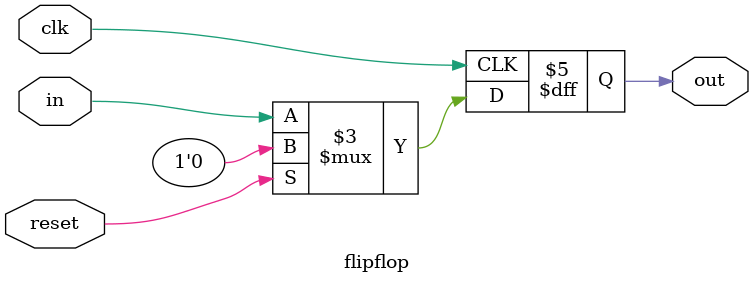
<source format=v>
`timescale 1ns / 1ps
module flipflop(clk,reset,in,out);
parameter WIDTH=1;//¸ù¾ÝÐèÒª¸Ä¿í¶È
input clk;//
input reset;
input [WIDTH-1:0] in;
output [WIDTH-1:0] out;//
reg[WIDTH-1:0] out;
always@(posedge clk)
    if(reset)
        out<={WIDTH{1'b0}};
    else 
        out<=in;
endmodule


</source>
